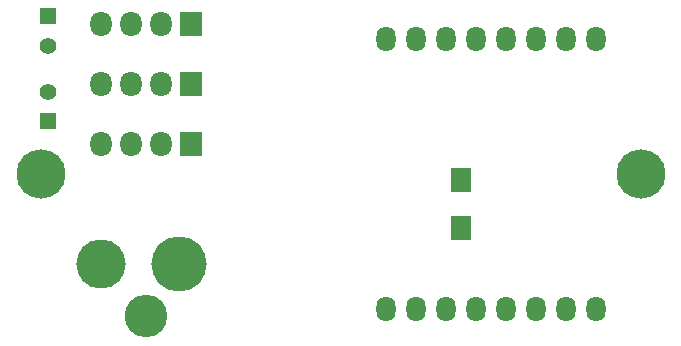
<source format=gbs>
%TF.GenerationSoftware,KiCad,Pcbnew,4.0.2-stable*%
%TF.CreationDate,2016-05-01T09:37:51-04:00*%
%TF.ProjectId,RGB-Controller,5247422D436F6E74726F6C6C65722E6B,rev?*%
%TF.FileFunction,Soldermask,Bot*%
%FSLAX46Y46*%
G04 Gerber Fmt 4.6, Leading zero omitted, Abs format (unit mm)*
G04 Created by KiCad (PCBNEW 4.0.2-stable) date 5/1/2016 9:37:51 AM*
%MOMM*%
G01*
G04 APERTURE LIST*
%ADD10C,0.127000*%
%ADD11R,1.700000X2.100000*%
%ADD12O,1.624000X2.132000*%
%ADD13C,4.164000*%
%ADD14R,1.827200X2.132000*%
%ADD15O,1.827200X2.132000*%
%ADD16O,4.672000X4.672000*%
%ADD17O,4.164000X4.164000*%
%ADD18O,3.600120X3.600120*%
%ADD19R,1.400000X1.400000*%
%ADD20C,1.400000*%
G04 APERTURE END LIST*
D10*
D11*
X135890000Y-91980000D03*
X135890000Y-95980000D03*
D12*
X147320000Y-102870000D03*
X147320000Y-80010000D03*
X144780000Y-102870000D03*
X144780000Y-80010000D03*
X142240000Y-102870000D03*
X142240000Y-80010000D03*
X139700000Y-102870000D03*
X139700000Y-80010000D03*
X137160000Y-102870000D03*
X137160000Y-80010000D03*
X134620000Y-102870000D03*
X134620000Y-80010000D03*
X132080000Y-102870000D03*
X132080000Y-80010000D03*
X129540000Y-102870000D03*
X129540000Y-80010000D03*
D13*
X151130000Y-91440000D03*
D14*
X113030000Y-78740000D03*
D15*
X110490000Y-78740000D03*
X107950000Y-78740000D03*
X105410000Y-78740000D03*
D14*
X113030000Y-83820000D03*
D15*
X110490000Y-83820000D03*
X107950000Y-83820000D03*
X105410000Y-83820000D03*
D14*
X113030000Y-88900000D03*
D15*
X110490000Y-88900000D03*
X107950000Y-88900000D03*
X105410000Y-88900000D03*
D13*
X100330000Y-91440000D03*
D16*
X112014000Y-99060000D03*
D17*
X105410000Y-99060000D03*
D18*
X109220000Y-103505000D03*
D19*
X100965000Y-78105000D03*
D20*
X100965000Y-80605000D03*
D19*
X100965000Y-86995000D03*
D20*
X100965000Y-84495000D03*
M02*

</source>
